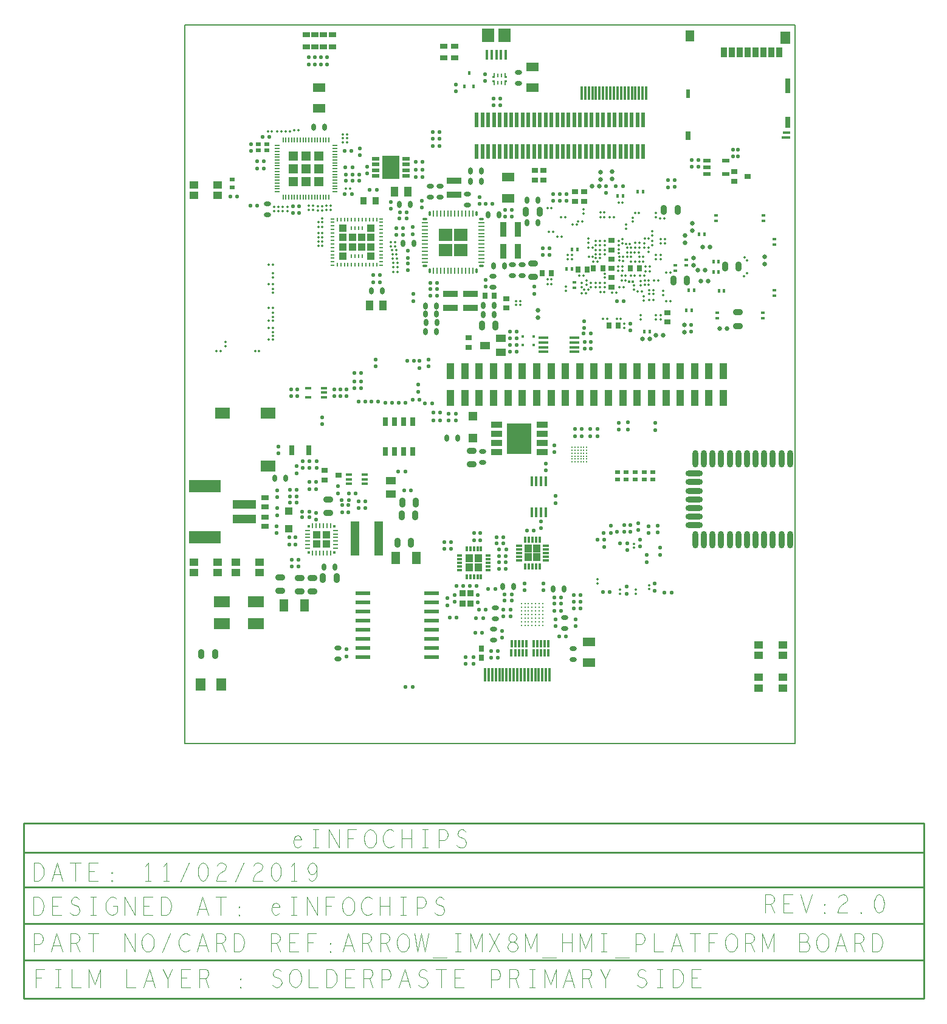
<source format=gbr>
G04 ================== begin FILE IDENTIFICATION RECORD ==================*
G04 Layout Name:  EI_ARROW_IMX8M_HMI_PLATFORM_17_00666_02.brd*
G04 Film Name:    spt.gbr*
G04 File Format:  Gerber RS274X*
G04 File Origin:  Cadence Allegro 17.2-P019*
G04 Origin Date:  Mon Feb 11 12:30:38 2019*
G04 *
G04 Layer:  DRAWING FORMAT/SPT*
G04 Layer:  DRAWING FORMAT/FILM_LABEL_OUTLINE*
G04 Layer:  BOARD GEOMETRY/PASTEMASK_TOP*
G04 Layer:  PACKAGE GEOMETRY/PASTEMASK_TOP*
G04 Layer:  DRAWING FORMAT/FILM_TITLE_BLOCK*
G04 Layer:  PIN/PASTEMASK_TOP*
G04 Layer:  BOARD GEOMETRY/OUTLINE*
G04 *
G04 Offset:    (0.00 0.00)*
G04 Mirror:    No*
G04 Mode:      Positive*
G04 Rotation:  0*
G04 FullContactRelief:  No*
G04 UndefLineWidth:     7.00*
G04 ================== end FILE IDENTIFICATION RECORD ====================*
%FSLAX25Y25*MOIN*%
%IR0*IPPOS*OFA0.00000B0.00000*MIA0B0*SFA1.00000B1.00000*%
%AMMACRO102*
21,1,.014,.001,0.0,0.0,135.*
1,1,.014,.000354,.000354*
1,1,.014,-.000354,-.000354*%
%ADD102MACRO102*%
%ADD56O,.009X.032*%
%ADD57O,.032X.009*%
%ADD14C,.012*%
%ADD76C,.025*%
%ADD105R,.012X.012*%
%ADD73R,.093X.128*%
%ADD69R,.04X.04*%
%ADD28R,.047X.185*%
%ADD38R,.015X.015*%
%AMMACRO61*
4,1,6,-.00787,.00393,
0.0,.00393,
0.0,-.01181,
.00788,-.01181,
.00788,.01181,
-.00787,.01181,
-.00787,.00393,
0.0*
%
%ADD61MACRO61*%
%ADD39R,.0443X.0443*%
%ADD59R,.00787X.02362*%
%ADD51R,.12598X.04724*%
%ADD54R,.03937X.03937*%
%ADD50R,.17717X.06693*%
%AMMACRO62*
4,1,6,.00787,.01181,
-.00001,.01181,
-.00001,-.00393,
-.00788,-.00393,
-.00788,-.01181,
.00787,-.01181,
.00787,.01181,
0.0*
%
%ADD62MACRO62*%
%ADD71R,.02X.01*%
%ADD70R,.01X.02*%
%ADD79O,.011X.033*%
%ADD30O,.024X.02*%
%ADD81O,.033X.011*%
%ADD31O,.02X.024*%
%ADD33O,.04X.024*%
%AMMACRO101*
21,1,.014,.001,0.0,0.0,45.*
1,1,.014,.000354,-.000354*
1,1,.014,-.000354,.000354*%
%ADD101MACRO101*%
%ADD80R,.011X.033*%
%ADD75O,.015X.014*%
%ADD74R,.041X.02*%
%ADD32O,.024X.04*%
%ADD82R,.033X.011*%
%ADD44R,.033X.012*%
%ADD29O,.014X.015*%
%ADD25R,.03X.05*%
%ADD91R,.04X.024*%
%ADD64R,.016X.02*%
%ADD43R,.012X.033*%
%ADD17R,.012X.042*%
%ADD104R,.02X.018*%
%ADD53R,.04X.025*%
%ADD40R,.01X.028*%
%ADD103R,.018X.02*%
%ADD65R,.026X.022*%
%ADD41R,.028X.01*%
%ADD87R,.016X.014*%
%ADD47R,.032X.036*%
%ADD46R,.029X.012*%
%ADD10R,.055X.04*%
%ADD100R,.026X.051*%
%ADD45R,.012X.029*%
%ADD24R,.045X.041*%
%ADD92R,.032X.055*%
%ADD90O,.095X.032*%
%ADD68R,.039X.031*%
%ADD42R,.012X.075*%
%ADD36O,.056X.035*%
%ADD34R,.033X.028*%
%ADD27R,.036X.016*%
%ADD96R,.043X.018*%
%ADD93R,.053X.071*%
%ADD89O,.032X.095*%
%ADD77R,.028X.033*%
%ADD37O,.035X.056*%
%ADD23R,.055X.043*%
%ADD66R,.043X.055*%
%ADD55R,.028X.035*%
%ADD22R,.05X.048*%
%ADD13R,.035X.028*%
%ADD97R,.045X.018*%
%ADD78R,.071X.047*%
%ADD58R,.02X.079*%
%ADD18R,.0174X.042*%
%ADD67R,.034X.039*%
%ADD35R,.047X.071*%
%ADD94R,.026X.084*%
%ADD84R,.079X.032*%
%ADD26R,.057X.071*%
%ADD12R,.018X.057*%
%ADD88C,.008*%
%ADD83R,.032X.079*%
%ADD11R,.057X.018*%
%ADD16R,.079X.024*%
%ADD49R,.05906X.032*%
%ADD19R,.079X.063*%
%ADD15R,.044X.089*%
%AMMACRO63*
4,1,6,.00787,-.00393,
0.0,-.00393,
0.0,.01181,
-.00788,.01181,
-.00788,-.01181,
.00787,-.01181,
.00787,-.00393,
0.0*
%
%ADD63MACRO63*%
%ADD48R,.134X.16929*%
%ADD21R,.087X.059*%
%ADD20R,.0374X.01772*%
%ADD99R,.02362X.04528*%
%ADD85R,.01575X.05315*%
%ADD95R,.026X.06299*%
%ADD72R,.02559X.02165*%
%ADD52R,.02559X.05315*%
%ADD86R,.07087X.0748*%
%AMMACRO60*
4,1,6,-.00787,-.01181,
.00001,-.01181,
.00001,.00393,
.00788,.00393,
.00788,.01181,
-.00787,.01181,
-.00787,-.01181,
0.0*
%
%ADD60MACRO60*%
%ADD98R,.04567X.05906*%
%ADD106C,.01*%
%ADD107C,.004*%
%ADD108C,.007*%
G75*
%LPD*%
G75*
G36*
G01X61931Y305531D02*
Y310531D01*
X56931D01*
Y305531D01*
X61931D01*
G37*
G36*
G01X186397Y100097D02*
Y104297D01*
X190397D01*
Y100097D01*
X186397D01*
G37*
G36*
G01X190802Y100103D02*
Y104303D01*
X194802D01*
Y100103D01*
X190802D01*
G37*
G36*
G01X190804Y104703D02*
Y108903D01*
X194804D01*
Y104703D01*
X190804D01*
G37*
G36*
G01X186397D02*
Y108903D01*
X190397D01*
Y104703D01*
X186397D01*
G37*
G36*
G01X158885Y99473D02*
Y103673D01*
X162885D01*
Y99473D01*
X158885D01*
G37*
G36*
G01X154086Y99467D02*
Y103667D01*
X158086D01*
Y99467D01*
X154086D01*
G37*
G36*
G01X154084Y94473D02*
Y98673D01*
X158084D01*
Y94473D01*
X154084D01*
G37*
G36*
G01X158885D02*
Y98673D01*
X162885D01*
Y94473D01*
X158885D01*
G37*
G36*
G01X68900Y312500D02*
X63900D01*
Y317500D01*
X68900D01*
Y312500D01*
G37*
G36*
G01Y305531D02*
X63900D01*
Y310531D01*
X68900D01*
Y305531D01*
G37*
G36*
G01X75869D02*
X70869D01*
Y310531D01*
X75869D01*
Y305531D01*
G37*
G36*
G01Y312500D02*
X70869D01*
Y317500D01*
X75869D01*
Y312500D01*
G37*
G36*
G01Y319469D02*
X70869D01*
Y324469D01*
X75869D01*
Y319469D01*
G37*
G36*
G01X68900D02*
X63900D01*
Y324469D01*
X68900D01*
Y319469D01*
G37*
G36*
G01X61931D02*
X56931D01*
Y324469D01*
X61931D01*
Y319469D01*
G37*
G36*
G01Y312500D02*
X56931D01*
Y317500D01*
X61931D01*
Y312500D01*
G37*
G36*
G01X139210Y275404D02*
Y282097D01*
X146690D01*
Y275404D01*
X139210D01*
G37*
G36*
G01X147478D02*
Y282097D01*
X154958D01*
Y275404D01*
X147478D01*
G37*
G36*
G01X139210Y267137D02*
Y273830D01*
X146690D01*
Y267137D01*
X139210D01*
G37*
G36*
G01X147478D02*
Y273830D01*
X154958D01*
Y267137D01*
X147478D01*
G37*
G54D100*
X275984Y332902D03*
G54D101*
X306621Y256221D03*
X308179Y257779D03*
G54D102*
X306821Y266279D03*
X308379Y264721D03*
G54D10*
X173414Y214477D03*
X164754Y218217D03*
X173414Y221957D03*
G54D103*
X254776Y225600D03*
X251824D03*
X295746Y248000D03*
X292794D03*
X277876Y237500D03*
X274924D03*
X289794Y258500D03*
X292746D03*
X279376Y248500D03*
X276424D03*
X289794Y264000D03*
X292746D03*
X209424Y260000D03*
X212376D03*
X215376Y270850D03*
X212424D03*
X284876Y279100D03*
X281924D03*
X248424Y302500D03*
X251376D03*
X240376Y300000D03*
X237424D03*
G54D20*
X76354Y189692D03*
Y192251D03*
Y194810D03*
X67692D03*
Y189692D03*
G54D11*
X196651Y217203D03*
Y214644D03*
Y222322D03*
Y219763D03*
X213581Y214644D03*
Y217203D03*
Y219763D03*
Y222322D03*
G54D104*
X316900Y235976D03*
Y233024D03*
X291900Y235976D03*
Y233024D03*
X323400Y248476D03*
Y245524D03*
X213700Y249724D03*
Y252676D03*
X274900Y265076D03*
Y262124D03*
X268900Y261976D03*
Y259024D03*
X323400Y273524D03*
Y276476D03*
X317400Y286524D03*
Y289476D03*
X291400Y286524D03*
Y289476D03*
G54D21*
X38894Y77676D03*
Y65864D03*
X20390D03*
Y77676D03*
G54D12*
X197869Y143584D03*
X195310D03*
X192750D03*
X190191D03*
Y126654D03*
X192750D03*
X195310D03*
X197869D03*
G54D30*
X61749Y194219D03*
Y190451D03*
X148763Y180894D03*
Y177126D03*
X128763Y209594D03*
Y205826D03*
X86300Y126816D03*
Y130584D03*
X82069Y194171D03*
Y190403D03*
X85389D03*
Y194171D03*
X58123D03*
Y190403D03*
X144763Y180894D03*
Y177126D03*
X68300Y139516D03*
Y143284D03*
X84083Y137203D03*
Y140971D03*
X72037Y122729D03*
Y126497D03*
X104554Y210359D03*
Y206591D03*
X171500Y50784D03*
Y47016D03*
X168055D03*
Y50784D03*
X57400Y112984D03*
Y109216D03*
X61285Y151984D03*
Y148216D03*
X75300Y178884D03*
Y175116D03*
X197901Y153484D03*
Y149716D03*
X195299Y118116D03*
Y121884D03*
X133663Y206626D03*
Y210394D03*
X88557Y51579D03*
Y47811D03*
X143803Y75821D03*
Y79589D03*
X127854Y196569D03*
Y192801D03*
X158300Y47384D03*
Y43616D03*
X174000Y61884D03*
Y58116D03*
X174700Y69616D03*
Y73384D03*
X178700Y69616D03*
Y73384D03*
X88751Y194197D03*
Y190429D03*
X181983Y214700D03*
X178384Y214733D03*
X89700Y130584D03*
Y126816D03*
X71800Y143284D03*
Y139516D03*
X60551Y109216D03*
Y112984D03*
X160700Y77516D03*
Y81284D03*
X147957Y81379D03*
Y77611D03*
X161969Y111551D03*
Y115319D03*
X158509Y111551D03*
Y115319D03*
X186200Y87884D03*
Y84116D03*
X153800Y43616D03*
Y47384D03*
X196500Y87784D03*
Y84016D03*
X50400Y119084D03*
Y115316D03*
X50500Y134916D03*
Y138684D03*
Y128984D03*
Y125216D03*
X51159Y159016D03*
Y162784D03*
X64641Y154784D03*
Y151016D03*
X68363D03*
Y154784D03*
X72263Y151016D03*
Y154784D03*
X100075Y312245D03*
Y316013D03*
X78100Y375984D03*
Y372216D03*
X74700Y375984D03*
Y372216D03*
X71300Y375984D03*
Y372216D03*
X67897Y375997D03*
Y372229D03*
X178417Y221932D03*
Y225700D03*
X182017D03*
Y221932D03*
X96000Y326184D03*
Y322416D03*
X148683Y357403D03*
Y361171D03*
X169284Y353438D03*
Y349670D03*
X172844Y353438D03*
Y349670D03*
X125084Y279233D03*
Y283001D03*
X125200Y242516D03*
Y246284D03*
X164816Y250399D03*
Y254167D03*
X122300Y263084D03*
Y259316D03*
X122400Y266216D03*
Y269984D03*
X164671Y366684D03*
Y362916D03*
X62589Y290761D03*
Y294529D03*
X59189Y290761D03*
Y294529D03*
X36200Y328484D03*
Y324716D03*
X181983Y218468D03*
X178384Y218501D03*
X129800Y293716D03*
Y297484D03*
X161584Y295733D03*
Y299501D03*
X112951Y293116D03*
Y296884D03*
X191600Y250284D03*
Y246516D03*
X243004Y172171D03*
Y175939D03*
X258055Y175585D03*
Y171817D03*
X230091Y111649D03*
Y107881D03*
X233500Y115516D03*
Y119284D03*
X242500Y109784D03*
Y106016D03*
X249500Y107916D03*
Y111684D03*
X240900Y119684D03*
Y115916D03*
X248600Y116916D03*
Y120684D03*
X253251Y103249D03*
Y99481D03*
X202597Y163397D03*
Y159629D03*
X219216Y216333D03*
X222716D03*
X238004Y171971D03*
Y175739D03*
X244409Y115951D03*
Y119719D03*
X203400Y68084D03*
Y64316D03*
X203250Y131886D03*
Y135654D03*
X242117Y82216D03*
Y85984D03*
X257617Y83816D03*
Y87584D03*
X260541Y107313D03*
Y103545D03*
X254167Y115356D03*
Y119124D03*
X259133Y119344D03*
Y115576D03*
X214200Y68184D03*
Y64416D03*
X219216Y220101D03*
X219091Y231549D03*
Y227781D03*
X222716Y220101D03*
X268655Y308684D03*
Y304916D03*
X264845Y304816D03*
Y308584D03*
X244355Y226416D03*
Y230184D03*
X230845Y301716D03*
Y305484D03*
X303384Y325501D03*
Y321733D03*
X281617Y316132D03*
Y319900D03*
X300584Y321733D03*
Y325501D03*
X278083Y319868D03*
Y316100D03*
X277749Y229484D03*
Y225716D03*
G54D105*
X243449Y253100D03*
X245551D03*
G54D106*
G01X-88521Y-43540D02*
Y-139740D01*
G01D02*
X386979D01*
G01X-88521Y-118740D02*
X405279D01*
G01X-88521Y-98740D02*
X405279D01*
G01X-88521Y-78740D02*
X405279D01*
G01X-88521Y-59540D02*
X405279D01*
G01X-88521Y-43540D02*
X386979D01*
G01X386179Y-139740D02*
X405279D01*
Y-43540D01*
X385879D01*
G54D13*
X84127Y147041D03*
X76647Y144482D03*
Y149600D03*
X308723Y310684D03*
X301243Y308125D03*
Y313243D03*
G54D22*
X158065Y167355D03*
Y179555D03*
G54D40*
X70021Y104339D03*
X71991D03*
X73961D03*
X75941D03*
X77911D03*
X79881D03*
Y119539D03*
X77911D03*
X75941D03*
X73961D03*
X71991D03*
X70021D03*
G54D31*
X136166Y177147D03*
X139934D03*
X102314Y187461D03*
X106082D03*
X128560Y188473D03*
X124792D03*
X170184Y84900D03*
X166416D03*
X64381Y123949D03*
X68149D03*
X164884Y73500D03*
X161116D03*
X136114Y181361D03*
X139882D03*
X120849Y148909D03*
X117081D03*
X62249Y100709D03*
X58481D03*
X121806Y209863D03*
X125574D03*
X96652Y198407D03*
X92884D03*
X96652Y194587D03*
X92884D03*
X148916Y86500D03*
X152684D03*
X156216D03*
X159984D03*
X172316Y95649D03*
X176084D03*
X172316Y99249D03*
X176084D03*
X172316Y102849D03*
X176084D03*
X172416Y106449D03*
X176184D03*
X170803Y109837D03*
X174571D03*
X142321Y106857D03*
X146089D03*
X142321Y110297D03*
X146089D03*
X64416Y127171D03*
X68184D03*
X98884Y132811D03*
X95116D03*
X86016Y133500D03*
X89784D03*
X135442Y186463D03*
X131674D03*
X96542Y203003D03*
X92774D03*
X121016Y31100D03*
X124784D03*
X93684Y137200D03*
X89916D03*
X95184Y187447D03*
X98952D03*
X121069Y186586D03*
X117301D03*
X109931Y186634D03*
X113699D03*
X179184Y81800D03*
X175416D03*
X179184Y78400D03*
X175416D03*
X62213Y97149D03*
X58445D03*
X120187Y138751D03*
X123955D03*
X191284Y116800D03*
X187516D03*
X170816Y113200D03*
X174584D03*
X98884Y129211D03*
X95116D03*
X145303Y69037D03*
X149071D03*
X159216Y60800D03*
X162984D03*
X159716Y68800D03*
X163484D03*
X57616Y135537D03*
X61384D03*
X57616Y139200D03*
X61384D03*
X57616Y132037D03*
X61384D03*
X126587Y314275D03*
X130355D03*
X126587Y310275D03*
X130355D03*
X91784Y315600D03*
X88016D03*
X28684Y299800D03*
X24916D03*
X91916Y311900D03*
X95684D03*
X91916Y308500D03*
X95684D03*
X88116Y311900D03*
X91884D03*
X88116Y308500D03*
X91884D03*
X87516Y324700D03*
X91284D03*
X39616Y319137D03*
X43384D03*
X39616Y315137D03*
X43384D03*
X175511Y292267D03*
X179279D03*
X138384Y245500D03*
X134616D03*
Y252300D03*
X138384D03*
X135816Y334945D03*
X139584D03*
X135816Y331245D03*
X139584D03*
X126661Y318625D03*
X130429D03*
X46284Y332500D03*
X42516D03*
X103301Y256691D03*
X107069D03*
X117751Y287691D03*
X121519D03*
X105179Y303547D03*
X101411D03*
X115816Y278600D03*
X119584D03*
X115821Y282413D03*
X119589D03*
X103301Y252677D03*
X107069D03*
X117803Y291117D03*
X121571D03*
X168701Y295716D03*
X164933D03*
X175551Y288751D03*
X179319D03*
X138384Y249000D03*
X134616D03*
X199884Y271451D03*
X196116D03*
X199884Y267851D03*
X196116D03*
X135816Y327345D03*
X139584D03*
X87761Y300930D03*
X91529D03*
X35816Y294600D03*
X39584D03*
X226184Y172500D03*
X222416D03*
X213216Y77900D03*
X216984D03*
X240849Y115909D03*
X237081D03*
X226316Y111600D03*
X230084D03*
X229681Y115509D03*
X233449D03*
X238716Y109800D03*
X242484D03*
X213216Y74100D03*
X216984D03*
X205211Y58670D03*
X208979D03*
X222416Y168500D03*
X226184D03*
X216984Y81400D03*
X213216D03*
X213916Y172500D03*
X217684D03*
X213916Y168500D03*
X217684D03*
X202516Y80200D03*
X206284D03*
X202516Y76700D03*
X206284D03*
X202516Y72900D03*
X206284D03*
X263016Y82600D03*
X266784D03*
X229267Y83041D03*
X233035D03*
X205616Y297400D03*
X209384D03*
X205616Y301100D03*
X209384D03*
X205584D03*
X201816D03*
X205584Y297400D03*
X201816D03*
X236416Y305545D03*
X240184D03*
X236816Y242545D03*
X240584D03*
X218699Y224884D03*
X222467D03*
G54D107*
G01X-81892Y-133450D02*
Y-123450D01*
X-77142D01*
G01X-78892Y-128283D02*
X-81892D01*
G01X-71017Y-123450D02*
X-68017D01*
G01X-69517D02*
Y-133450D01*
G01X-71017D02*
X-68017D01*
G01X-62017Y-123450D02*
Y-133450D01*
X-57017D01*
G01X-52767D02*
Y-123450D01*
X-49517Y-131783D01*
X-46267Y-123450D01*
Y-133450D01*
G01X-32017Y-123450D02*
Y-133450D01*
X-27017D01*
G01X-22642D02*
X-19517Y-123450D01*
X-16392Y-133450D01*
G01X-17517Y-129950D02*
X-21517D01*
G01X-9517Y-133450D02*
Y-128950D01*
X-12017Y-123450D01*
G01X-7017D02*
X-9517Y-128950D01*
G01X2983Y-133450D02*
X-2017D01*
Y-123450D01*
X2983D01*
G01X983Y-128283D02*
X-2017D01*
G01X7983Y-133450D02*
Y-123450D01*
X11108D01*
X12108Y-123950D01*
X12733Y-124617D01*
X12983Y-125950D01*
X12733Y-127283D01*
X11983Y-128117D01*
X11108Y-128617D01*
X7983D01*
G01X11108D02*
X12983Y-133450D01*
G01X30483Y-133783D02*
X30233Y-133617D01*
Y-133283D01*
X30483Y-133117D01*
X30733Y-133283D01*
Y-133617D01*
X30483Y-133783D01*
G01Y-129284D02*
X30233Y-129117D01*
Y-128783D01*
X30483Y-128617D01*
X30733Y-128783D01*
Y-129117D01*
X30483Y-129284D01*
G01X47858Y-132117D02*
X48858Y-132950D01*
X49983Y-133450D01*
X50983D01*
X51983Y-132950D01*
X52733Y-132117D01*
X53108Y-130950D01*
X52858Y-129784D01*
X52233Y-128783D01*
X51108Y-128117D01*
X49608Y-127783D01*
X48733Y-127117D01*
X48358Y-125950D01*
X48608Y-124783D01*
X49233Y-123950D01*
X50108Y-123450D01*
X50983D01*
X51858Y-123783D01*
X52608Y-124617D01*
G01X60483Y-133450D02*
X59483Y-133283D01*
X58608Y-132617D01*
X57858Y-131617D01*
X57358Y-130450D01*
X57108Y-129117D01*
Y-127783D01*
X57358Y-126450D01*
X57858Y-125283D01*
X58608Y-124283D01*
X59483Y-123617D01*
X60483Y-123450D01*
X61483Y-123617D01*
X62358Y-124283D01*
X63108Y-125283D01*
X63608Y-126450D01*
X63858Y-127783D01*
Y-129117D01*
X63608Y-130450D01*
X63108Y-131617D01*
X62358Y-132617D01*
X61483Y-133283D01*
X60483Y-133450D01*
G01X67983Y-123450D02*
Y-133450D01*
X72983D01*
G01X77733D02*
Y-123450D01*
X80233D01*
X81233Y-123950D01*
X81983Y-124617D01*
X82608Y-125617D01*
X83108Y-126784D01*
X83233Y-128450D01*
X83108Y-130117D01*
X82608Y-131283D01*
X81983Y-132284D01*
X81233Y-132950D01*
X80233Y-133450D01*
X77733D01*
G01X92983D02*
X87983D01*
Y-123450D01*
X92983D01*
G01X90983Y-128283D02*
X87983D01*
G01X97983Y-133450D02*
Y-123450D01*
X101108D01*
X102108Y-123950D01*
X102733Y-124617D01*
X102983Y-125950D01*
X102733Y-127283D01*
X101983Y-128117D01*
X101108Y-128617D01*
X97983D01*
G01X101108D02*
X102983Y-133450D01*
G01X107983D02*
Y-123450D01*
X110983D01*
X111983Y-123950D01*
X112733Y-125117D01*
X112983Y-126450D01*
X112733Y-127783D01*
X112108Y-128783D01*
X110983Y-129284D01*
X107983D01*
G01X117358Y-133450D02*
X120483Y-123450D01*
X123608Y-133450D01*
G01X122483Y-129950D02*
X118483D01*
G01X127858Y-132117D02*
X128858Y-132950D01*
X129983Y-133450D01*
X130983D01*
X131983Y-132950D01*
X132733Y-132117D01*
X133108Y-130950D01*
X132858Y-129784D01*
X132233Y-128783D01*
X131108Y-128117D01*
X129608Y-127783D01*
X128733Y-127117D01*
X128358Y-125950D01*
X128608Y-124783D01*
X129233Y-123950D01*
X130108Y-123450D01*
X130983D01*
X131858Y-123783D01*
X132608Y-124617D01*
G01X140483Y-123450D02*
Y-133450D01*
G01X137608Y-123450D02*
X143358D01*
G01X152983Y-133450D02*
X147983D01*
Y-123450D01*
X152983D01*
G01X150983Y-128283D02*
X147983D01*
G01X167983Y-133450D02*
Y-123450D01*
X170983D01*
X171983Y-123950D01*
X172733Y-125117D01*
X172983Y-126450D01*
X172733Y-127783D01*
X172108Y-128783D01*
X170983Y-129284D01*
X167983D01*
G01X177983Y-133450D02*
Y-123450D01*
X181108D01*
X182108Y-123950D01*
X182733Y-124617D01*
X182983Y-125950D01*
X182733Y-127283D01*
X181983Y-128117D01*
X181108Y-128617D01*
X177983D01*
G01X181108D02*
X182983Y-133450D01*
G01X188983Y-123450D02*
X191983D01*
G01X190483D02*
Y-133450D01*
G01X188983D02*
X191983D01*
G01X197233D02*
Y-123450D01*
X200483Y-131783D01*
X203733Y-123450D01*
Y-133450D01*
G01X207358D02*
X210483Y-123450D01*
X213608Y-133450D01*
G01X212483Y-129950D02*
X208483D01*
G01X217983Y-133450D02*
Y-123450D01*
X221108D01*
X222108Y-123950D01*
X222733Y-124617D01*
X222983Y-125950D01*
X222733Y-127283D01*
X221983Y-128117D01*
X221108Y-128617D01*
X217983D01*
G01X221108D02*
X222983Y-133450D01*
G01X230483D02*
Y-128950D01*
X227983Y-123450D01*
G01X232983D02*
X230483Y-128950D01*
G01X247858Y-132117D02*
X248858Y-132950D01*
X249983Y-133450D01*
X250983D01*
X251983Y-132950D01*
X252733Y-132117D01*
X253108Y-130950D01*
X252858Y-129784D01*
X252233Y-128783D01*
X251108Y-128117D01*
X249608Y-127783D01*
X248733Y-127117D01*
X248358Y-125950D01*
X248608Y-124783D01*
X249233Y-123950D01*
X250108Y-123450D01*
X250983D01*
X251858Y-123783D01*
X252608Y-124617D01*
G01X258983Y-123450D02*
X261983D01*
G01X260483D02*
Y-133450D01*
G01X258983D02*
X261983D01*
G01X267733D02*
Y-123450D01*
X270233D01*
X271233Y-123950D01*
X271983Y-124617D01*
X272608Y-125617D01*
X273108Y-126784D01*
X273233Y-128450D01*
X273108Y-130117D01*
X272608Y-131283D01*
X271983Y-132284D01*
X271233Y-132950D01*
X270233Y-133450D01*
X267733D01*
G01X282983D02*
X277983D01*
Y-123450D01*
X282983D01*
G01X280983Y-128283D02*
X277983D01*
G01X-82771Y-114040D02*
Y-104040D01*
X-79771D01*
X-78771Y-104540D01*
X-78021Y-105707D01*
X-77771Y-107040D01*
X-78021Y-108373D01*
X-78646Y-109373D01*
X-79771Y-109874D01*
X-82771D01*
G01X-73396Y-114040D02*
X-70271Y-104040D01*
X-67146Y-114040D01*
G01X-68271Y-110540D02*
X-72271D01*
G01X-62771Y-114040D02*
Y-104040D01*
X-59646D01*
X-58646Y-104540D01*
X-58021Y-105207D01*
X-57771Y-106540D01*
X-58021Y-107873D01*
X-58771Y-108707D01*
X-59646Y-109207D01*
X-62771D01*
G01X-59646D02*
X-57771Y-114040D01*
G01X-50271Y-104040D02*
Y-114040D01*
G01X-53146Y-104040D02*
X-47396D01*
G01X-33146Y-114040D02*
Y-104040D01*
X-27396Y-114040D01*
Y-104040D01*
G01X-20271Y-114040D02*
X-21271Y-113873D01*
X-22146Y-113207D01*
X-22896Y-112207D01*
X-23396Y-111040D01*
X-23646Y-109707D01*
Y-108373D01*
X-23396Y-107040D01*
X-22896Y-105873D01*
X-22146Y-104873D01*
X-21271Y-104207D01*
X-20271Y-104040D01*
X-19271Y-104207D01*
X-18396Y-104873D01*
X-17646Y-105873D01*
X-17146Y-107040D01*
X-16896Y-108373D01*
Y-109707D01*
X-17146Y-111040D01*
X-17646Y-112207D01*
X-18396Y-113207D01*
X-19271Y-113873D01*
X-20271Y-114040D01*
G01X-12521Y-114373D02*
X-8021Y-104040D01*
G01X2479Y-104873D02*
X1729Y-104373D01*
X854Y-104040D01*
X-146D01*
X-1271Y-104540D01*
X-2146Y-105373D01*
X-2771Y-106373D01*
X-3271Y-108040D01*
X-3396Y-109540D01*
X-3146Y-111040D01*
X-2771Y-112040D01*
X-2021Y-113040D01*
X-1146Y-113707D01*
X-271Y-114040D01*
X604D01*
X1479Y-113707D01*
X2229Y-113207D01*
X2854Y-112540D01*
G01X6604Y-114040D02*
X9729Y-104040D01*
X12854Y-114040D01*
G01X11729Y-110540D02*
X7729D01*
G01X17229Y-114040D02*
Y-104040D01*
X20354D01*
X21354Y-104540D01*
X21979Y-105207D01*
X22229Y-106540D01*
X21979Y-107873D01*
X21229Y-108707D01*
X20354Y-109207D01*
X17229D01*
G01X20354D02*
X22229Y-114040D01*
G01X26979D02*
Y-104040D01*
X29479D01*
X30479Y-104540D01*
X31229Y-105207D01*
X31854Y-106207D01*
X32354Y-107374D01*
X32479Y-109040D01*
X32354Y-110707D01*
X31854Y-111873D01*
X31229Y-112874D01*
X30479Y-113540D01*
X29479Y-114040D01*
X26979D01*
G01X47229D02*
Y-104040D01*
X50354D01*
X51354Y-104540D01*
X51979Y-105207D01*
X52229Y-106540D01*
X51979Y-107873D01*
X51229Y-108707D01*
X50354Y-109207D01*
X47229D01*
G01X50354D02*
X52229Y-114040D01*
G01X62229D02*
X57229D01*
Y-104040D01*
X62229D01*
G01X60229Y-108873D02*
X57229D01*
G01X67354Y-114040D02*
Y-104040D01*
X72104D01*
G01X70354Y-108873D02*
X67354D01*
G01X79729Y-114373D02*
X79479Y-114207D01*
Y-113873D01*
X79729Y-113707D01*
X79979Y-113873D01*
Y-114207D01*
X79729Y-114373D01*
G01Y-109874D02*
X79479Y-109707D01*
Y-109373D01*
X79729Y-109207D01*
X79979Y-109373D01*
Y-109707D01*
X79729Y-109874D01*
G01X86604Y-114040D02*
X89729Y-104040D01*
X92854Y-114040D01*
G01X91729Y-110540D02*
X87729D01*
G01X97229Y-114040D02*
Y-104040D01*
X100354D01*
X101354Y-104540D01*
X101979Y-105207D01*
X102229Y-106540D01*
X101979Y-107873D01*
X101229Y-108707D01*
X100354Y-109207D01*
X97229D01*
G01X100354D02*
X102229Y-114040D01*
G01X107229D02*
Y-104040D01*
X110354D01*
X111354Y-104540D01*
X111979Y-105207D01*
X112229Y-106540D01*
X111979Y-107873D01*
X111229Y-108707D01*
X110354Y-109207D01*
X107229D01*
G01X110354D02*
X112229Y-114040D01*
G01X119729D02*
X118729Y-113873D01*
X117854Y-113207D01*
X117104Y-112207D01*
X116604Y-111040D01*
X116354Y-109707D01*
Y-108373D01*
X116604Y-107040D01*
X117104Y-105873D01*
X117854Y-104873D01*
X118729Y-104207D01*
X119729Y-104040D01*
X120729Y-104207D01*
X121604Y-104873D01*
X122354Y-105873D01*
X122854Y-107040D01*
X123104Y-108373D01*
Y-109707D01*
X122854Y-111040D01*
X122354Y-112207D01*
X121604Y-113207D01*
X120729Y-113873D01*
X119729Y-114040D01*
G01X125979Y-104040D02*
X127729Y-114040D01*
X129729Y-104040D01*
X131729Y-114040D01*
X133479Y-104040D01*
G01X135979Y-117373D02*
X143479D01*
G01X148229Y-104040D02*
X151229D01*
G01X149729D02*
Y-114040D01*
G01X148229D02*
X151229D01*
G01X156479D02*
Y-104040D01*
X159729Y-112373D01*
X162979Y-104040D01*
Y-114040D01*
G01X167104D02*
X172354Y-104040D01*
G01X167104D02*
X172354Y-114040D01*
G01X179729D02*
X180604Y-113873D01*
X181604Y-113373D01*
X182229Y-112540D01*
X182479Y-111373D01*
X182229Y-110207D01*
X181479Y-109207D01*
X180354Y-108707D01*
X179104D01*
X178354Y-108373D01*
X177729Y-107540D01*
X177479Y-106373D01*
X177854Y-105207D01*
X178729Y-104373D01*
X179729Y-104040D01*
X180729Y-104373D01*
X181604Y-105207D01*
X181979Y-106373D01*
X181729Y-107540D01*
X181104Y-108373D01*
X180354Y-108707D01*
X179104D01*
X177979Y-109207D01*
X177229Y-110207D01*
X176979Y-111373D01*
X177229Y-112540D01*
X177854Y-113373D01*
X178854Y-113873D01*
X179729Y-114040D01*
G01X186479D02*
Y-104040D01*
X189729Y-112373D01*
X192979Y-104040D01*
Y-114040D01*
G01X195979Y-117373D02*
X203479D01*
G01X207104Y-114040D02*
Y-104040D01*
G01X212354D02*
Y-114040D01*
G01Y-109040D02*
X207104D01*
G01X216479Y-114040D02*
Y-104040D01*
X219729Y-112373D01*
X222979Y-104040D01*
Y-114040D01*
G01X228229Y-104040D02*
X231229D01*
G01X229729D02*
Y-114040D01*
G01X228229D02*
X231229D01*
G01X235979Y-117373D02*
X243479D01*
G01X247229Y-114040D02*
Y-104040D01*
X250229D01*
X251229Y-104540D01*
X251979Y-105707D01*
X252229Y-107040D01*
X251979Y-108373D01*
X251354Y-109373D01*
X250229Y-109874D01*
X247229D01*
G01X257229Y-104040D02*
Y-114040D01*
X262229D01*
G01X266604D02*
X269729Y-104040D01*
X272854Y-114040D01*
G01X271729Y-110540D02*
X267729D01*
G01X279729Y-104040D02*
Y-114040D01*
G01X276854Y-104040D02*
X282604D01*
G01X287354Y-114040D02*
Y-104040D01*
X292104D01*
G01X290354Y-108873D02*
X287354D01*
G01X299729Y-114040D02*
X298729Y-113873D01*
X297854Y-113207D01*
X297104Y-112207D01*
X296604Y-111040D01*
X296354Y-109707D01*
Y-108373D01*
X296604Y-107040D01*
X297104Y-105873D01*
X297854Y-104873D01*
X298729Y-104207D01*
X299729Y-104040D01*
X300729Y-104207D01*
X301604Y-104873D01*
X302354Y-105873D01*
X302854Y-107040D01*
X303104Y-108373D01*
Y-109707D01*
X302854Y-111040D01*
X302354Y-112207D01*
X301604Y-113207D01*
X300729Y-113873D01*
X299729Y-114040D01*
G01X307229D02*
Y-104040D01*
X310354D01*
X311354Y-104540D01*
X311979Y-105207D01*
X312229Y-106540D01*
X311979Y-107873D01*
X311229Y-108707D01*
X310354Y-109207D01*
X307229D01*
G01X310354D02*
X312229Y-114040D01*
G01X316479D02*
Y-104040D01*
X319729Y-112373D01*
X322979Y-104040D01*
Y-114040D01*
G01X340729Y-108707D02*
X341229Y-108207D01*
X341604Y-107374D01*
X341854Y-106207D01*
X341604Y-105207D01*
X341104Y-104540D01*
X340229Y-104040D01*
X336854D01*
Y-114040D01*
X340979D01*
X341854Y-113373D01*
X342354Y-112373D01*
X342604Y-111207D01*
X342354Y-110040D01*
X341604Y-109040D01*
X340729Y-108707D01*
X336854D01*
G01X349729Y-114040D02*
X348729Y-113873D01*
X347854Y-113207D01*
X347104Y-112207D01*
X346604Y-111040D01*
X346354Y-109707D01*
Y-108373D01*
X346604Y-107040D01*
X347104Y-105873D01*
X347854Y-104873D01*
X348729Y-104207D01*
X349729Y-104040D01*
X350729Y-104207D01*
X351604Y-104873D01*
X352354Y-105873D01*
X352854Y-107040D01*
X353104Y-108373D01*
Y-109707D01*
X352854Y-111040D01*
X352354Y-112207D01*
X351604Y-113207D01*
X350729Y-113873D01*
X349729Y-114040D01*
G01X356604D02*
X359729Y-104040D01*
X362854Y-114040D01*
G01X361729Y-110540D02*
X357729D01*
G01X367229Y-114040D02*
Y-104040D01*
X370354D01*
X371354Y-104540D01*
X371979Y-105207D01*
X372229Y-106540D01*
X371979Y-107873D01*
X371229Y-108707D01*
X370354Y-109207D01*
X367229D01*
G01X370354D02*
X372229Y-114040D01*
G01X376979D02*
Y-104040D01*
X379479D01*
X380479Y-104540D01*
X381229Y-105207D01*
X381854Y-106207D01*
X382354Y-107374D01*
X382479Y-109040D01*
X382354Y-110707D01*
X381854Y-111873D01*
X381229Y-112874D01*
X380479Y-113540D01*
X379479Y-114040D01*
X376979D01*
G01X-83021Y-94040D02*
Y-84040D01*
X-80521D01*
X-79521Y-84540D01*
X-78771Y-85207D01*
X-78146Y-86207D01*
X-77646Y-87374D01*
X-77521Y-89040D01*
X-77646Y-90707D01*
X-78146Y-91873D01*
X-78771Y-92874D01*
X-79521Y-93540D01*
X-80521Y-94040D01*
X-83021D01*
G01X-67771D02*
X-72771D01*
Y-84040D01*
X-67771D01*
G01X-69771Y-88873D02*
X-72771D01*
G01X-62896Y-92707D02*
X-61896Y-93540D01*
X-60771Y-94040D01*
X-59771D01*
X-58771Y-93540D01*
X-58021Y-92707D01*
X-57646Y-91540D01*
X-57896Y-90374D01*
X-58521Y-89373D01*
X-59646Y-88707D01*
X-61146Y-88373D01*
X-62021Y-87707D01*
X-62396Y-86540D01*
X-62146Y-85373D01*
X-61521Y-84540D01*
X-60646Y-84040D01*
X-59771D01*
X-58896Y-84373D01*
X-58146Y-85207D01*
G01X-51771Y-84040D02*
X-48771D01*
G01X-50271D02*
Y-94040D01*
G01X-51771D02*
X-48771D01*
G01X-39521Y-89040D02*
X-37021D01*
Y-92040D01*
X-37771Y-93040D01*
X-38646Y-93707D01*
X-39896Y-94040D01*
X-41146Y-93707D01*
X-42021Y-93040D01*
X-42771Y-92040D01*
X-43271Y-90873D01*
X-43521Y-89540D01*
Y-88373D01*
X-43271Y-87374D01*
X-42771Y-86207D01*
X-42021Y-85207D01*
X-41271Y-84540D01*
X-40271Y-84040D01*
X-39396D01*
X-38396Y-84373D01*
X-37646Y-85040D01*
G01X-33146Y-94040D02*
Y-84040D01*
X-27396Y-94040D01*
Y-84040D01*
G01X-17771Y-94040D02*
X-22771D01*
Y-84040D01*
X-17771D01*
G01X-19771Y-88873D02*
X-22771D01*
G01X-13021Y-94040D02*
Y-84040D01*
X-10521D01*
X-9521Y-84540D01*
X-8771Y-85207D01*
X-8146Y-86207D01*
X-7646Y-87374D01*
X-7521Y-89040D01*
X-7646Y-90707D01*
X-8146Y-91873D01*
X-8771Y-92874D01*
X-9521Y-93540D01*
X-10521Y-94040D01*
X-13021D01*
G01X6604D02*
X9729Y-84040D01*
X12854Y-94040D01*
G01X11729Y-90540D02*
X7729D01*
G01X19729Y-84040D02*
Y-94040D01*
G01X16854Y-84040D02*
X22604D01*
G01X29729Y-94373D02*
X29479Y-94207D01*
Y-93873D01*
X29729Y-93707D01*
X29979Y-93873D01*
Y-94207D01*
X29729Y-94373D01*
G01Y-89874D02*
X29479Y-89707D01*
Y-89373D01*
X29729Y-89207D01*
X29979Y-89373D01*
Y-89707D01*
X29729Y-89874D01*
G01X47854Y-89540D02*
X51854D01*
X51479Y-88373D01*
X50854Y-87707D01*
X49979Y-87374D01*
X49104Y-87540D01*
X48354Y-88040D01*
X47854Y-89207D01*
X47604Y-90207D01*
Y-91207D01*
X47854Y-92207D01*
X48479Y-93207D01*
X49229Y-93873D01*
X50104Y-94040D01*
X50979Y-93707D01*
X51854Y-92707D01*
G01X58229Y-84040D02*
X61229D01*
G01X59729D02*
Y-94040D01*
G01X58229D02*
X61229D01*
G01X66854D02*
Y-84040D01*
X72604Y-94040D01*
Y-84040D01*
G01X77354Y-94040D02*
Y-84040D01*
X82104D01*
G01X80354Y-88873D02*
X77354D01*
G01X89729Y-94040D02*
X88729Y-93873D01*
X87854Y-93207D01*
X87104Y-92207D01*
X86604Y-91040D01*
X86354Y-89707D01*
Y-88373D01*
X86604Y-87040D01*
X87104Y-85873D01*
X87854Y-84873D01*
X88729Y-84207D01*
X89729Y-84040D01*
X90729Y-84207D01*
X91604Y-84873D01*
X92354Y-85873D01*
X92854Y-87040D01*
X93104Y-88373D01*
Y-89707D01*
X92854Y-91040D01*
X92354Y-92207D01*
X91604Y-93207D01*
X90729Y-93873D01*
X89729Y-94040D01*
G01X102479Y-84873D02*
X101729Y-84373D01*
X100854Y-84040D01*
X99854D01*
X98729Y-84540D01*
X97854Y-85373D01*
X97229Y-86373D01*
X96729Y-88040D01*
X96604Y-89540D01*
X96854Y-91040D01*
X97229Y-92040D01*
X97979Y-93040D01*
X98854Y-93707D01*
X99729Y-94040D01*
X100604D01*
X101479Y-93707D01*
X102229Y-93207D01*
X102854Y-92540D01*
G01X107104Y-94040D02*
Y-84040D01*
G01X112354D02*
Y-94040D01*
G01Y-89040D02*
X107104D01*
G01X118229Y-84040D02*
X121229D01*
G01X119729D02*
Y-94040D01*
G01X118229D02*
X121229D01*
G01X127229D02*
Y-84040D01*
X130229D01*
X131229Y-84540D01*
X131979Y-85707D01*
X132229Y-87040D01*
X131979Y-88373D01*
X131354Y-89373D01*
X130229Y-89874D01*
X127229D01*
G01X137104Y-92707D02*
X138104Y-93540D01*
X139229Y-94040D01*
X140229D01*
X141229Y-93540D01*
X141979Y-92707D01*
X142354Y-91540D01*
X142104Y-90374D01*
X141479Y-89373D01*
X140354Y-88707D01*
X138854Y-88373D01*
X137979Y-87707D01*
X137604Y-86540D01*
X137854Y-85373D01*
X138479Y-84540D01*
X139354Y-84040D01*
X140229D01*
X141104Y-84373D01*
X141854Y-85207D01*
G01X-82850Y-75234D02*
Y-65234D01*
X-80350D01*
X-79350Y-65734D01*
X-78600Y-66401D01*
X-77975Y-67401D01*
X-77475Y-68568D01*
X-77350Y-70234D01*
X-77475Y-71901D01*
X-77975Y-73067D01*
X-78600Y-74068D01*
X-79350Y-74734D01*
X-80350Y-75234D01*
X-82850D01*
G01X-73225D02*
X-70100Y-65234D01*
X-66975Y-75234D01*
G01X-68100Y-71734D02*
X-72100D01*
G01X-60100Y-65234D02*
Y-75234D01*
G01X-62975Y-65234D02*
X-57225D01*
G01X-47600Y-75234D02*
X-52600D01*
Y-65234D01*
X-47600D01*
G01X-49600Y-70067D02*
X-52600D01*
G01X-40100Y-75567D02*
X-40350Y-75401D01*
Y-75067D01*
X-40100Y-74901D01*
X-39850Y-75067D01*
Y-75401D01*
X-40100Y-75567D01*
G01Y-71068D02*
X-40350Y-70901D01*
Y-70567D01*
X-40100Y-70401D01*
X-39850Y-70567D01*
Y-70901D01*
X-40100Y-71068D01*
G01X-20100Y-75234D02*
Y-65234D01*
X-21600Y-67234D01*
G01Y-75234D02*
X-18600D01*
G01X-10100D02*
Y-65234D01*
X-11600Y-67234D01*
G01Y-75234D02*
X-8600D01*
G01X-2350Y-75567D02*
X2150Y-65234D01*
G01X9900D02*
X8900Y-65567D01*
X8150Y-66401D01*
X7650Y-67401D01*
X7275Y-68734D01*
X7150Y-70234D01*
X7275Y-71734D01*
X7650Y-73067D01*
X8150Y-74068D01*
X8900Y-74901D01*
X9900Y-75234D01*
X10900Y-74901D01*
X11650Y-74068D01*
X12150Y-73067D01*
X12525Y-71734D01*
X12650Y-70234D01*
X12525Y-68734D01*
X12150Y-67401D01*
X11650Y-66401D01*
X10900Y-65567D01*
X9900Y-65234D01*
G01X17525Y-66901D02*
X18275Y-65901D01*
X19150Y-65401D01*
X20150Y-65234D01*
X21400Y-65567D01*
X22275Y-66401D01*
X22525Y-67401D01*
X22400Y-68401D01*
X21900Y-69234D01*
X19400Y-70901D01*
X18275Y-72067D01*
X17525Y-73734D01*
X17275Y-75234D01*
X22525D01*
G01X27650Y-75567D02*
X32150Y-65234D01*
G01X37525Y-66901D02*
X38275Y-65901D01*
X39150Y-65401D01*
X40150Y-65234D01*
X41400Y-65567D01*
X42275Y-66401D01*
X42525Y-67401D01*
X42400Y-68401D01*
X41900Y-69234D01*
X39400Y-70901D01*
X38275Y-72067D01*
X37525Y-73734D01*
X37275Y-75234D01*
X42525D01*
G01X49900Y-65234D02*
X48900Y-65567D01*
X48150Y-66401D01*
X47650Y-67401D01*
X47275Y-68734D01*
X47150Y-70234D01*
X47275Y-71734D01*
X47650Y-73067D01*
X48150Y-74068D01*
X48900Y-74901D01*
X49900Y-75234D01*
X50900Y-74901D01*
X51650Y-74068D01*
X52150Y-73067D01*
X52525Y-71734D01*
X52650Y-70234D01*
X52525Y-68734D01*
X52150Y-67401D01*
X51650Y-66401D01*
X50900Y-65567D01*
X49900Y-65234D01*
G01X59900Y-75234D02*
Y-65234D01*
X58400Y-67234D01*
G01Y-75234D02*
X61400D01*
G01X67775Y-74068D02*
X68650Y-74901D01*
X69650Y-75234D01*
X70650Y-74901D01*
X71525Y-73901D01*
X72150Y-72401D01*
X72400Y-70901D01*
Y-69067D01*
X72150Y-67567D01*
X71525Y-66234D01*
X70775Y-65567D01*
X69900Y-65234D01*
X68900Y-65567D01*
X68150Y-66234D01*
X67650Y-67234D01*
X67400Y-68568D01*
X67650Y-69734D01*
X68275Y-70901D01*
X69025Y-71568D01*
X69900Y-71734D01*
X70900Y-71401D01*
X71650Y-70567D01*
X72400Y-69067D01*
G01X59804Y-52540D02*
X63804D01*
X63429Y-51373D01*
X62804Y-50707D01*
X61929Y-50374D01*
X61054Y-50540D01*
X60304Y-51040D01*
X59804Y-52207D01*
X59554Y-53207D01*
Y-54207D01*
X59804Y-55207D01*
X60429Y-56207D01*
X61179Y-56873D01*
X62054Y-57040D01*
X62929Y-56707D01*
X63804Y-55707D01*
G01X70179Y-47040D02*
X73179D01*
G01X71679D02*
Y-57040D01*
G01X70179D02*
X73179D01*
G01X78804D02*
Y-47040D01*
X84554Y-57040D01*
Y-47040D01*
G01X89304Y-57040D02*
Y-47040D01*
X94054D01*
G01X92304Y-51873D02*
X89304D01*
G01X101679Y-57040D02*
X100679Y-56873D01*
X99804Y-56207D01*
X99054Y-55207D01*
X98554Y-54040D01*
X98304Y-52707D01*
Y-51373D01*
X98554Y-50040D01*
X99054Y-48873D01*
X99804Y-47873D01*
X100679Y-47207D01*
X101679Y-47040D01*
X102679Y-47207D01*
X103554Y-47873D01*
X104304Y-48873D01*
X104804Y-50040D01*
X105054Y-51373D01*
Y-52707D01*
X104804Y-54040D01*
X104304Y-55207D01*
X103554Y-56207D01*
X102679Y-56873D01*
X101679Y-57040D01*
G01X114429Y-47873D02*
X113679Y-47373D01*
X112804Y-47040D01*
X111804D01*
X110679Y-47540D01*
X109804Y-48373D01*
X109179Y-49373D01*
X108679Y-51040D01*
X108554Y-52540D01*
X108804Y-54040D01*
X109179Y-55040D01*
X109929Y-56040D01*
X110804Y-56707D01*
X111679Y-57040D01*
X112554D01*
X113429Y-56707D01*
X114179Y-56207D01*
X114804Y-55540D01*
G01X119054Y-57040D02*
Y-47040D01*
G01X124304D02*
Y-57040D01*
G01Y-52040D02*
X119054D01*
G01X130179Y-47040D02*
X133179D01*
G01X131679D02*
Y-57040D01*
G01X130179D02*
X133179D01*
G01X139179D02*
Y-47040D01*
X142179D01*
X143179Y-47540D01*
X143929Y-48707D01*
X144179Y-50040D01*
X143929Y-51373D01*
X143304Y-52373D01*
X142179Y-52874D01*
X139179D01*
G01X149054Y-55707D02*
X150054Y-56540D01*
X151179Y-57040D01*
X152179D01*
X153179Y-56540D01*
X153929Y-55707D01*
X154304Y-54540D01*
X154054Y-53374D01*
X153429Y-52373D01*
X152304Y-51707D01*
X150804Y-51373D01*
X149929Y-50707D01*
X149554Y-49540D01*
X149804Y-48373D01*
X150429Y-47540D01*
X151304Y-47040D01*
X152179D01*
X153054Y-47373D01*
X153804Y-48207D01*
G01X318200Y-92634D02*
Y-82634D01*
X321325D01*
X322325Y-83134D01*
X322950Y-83801D01*
X323200Y-85134D01*
X322950Y-86467D01*
X322200Y-87301D01*
X321325Y-87801D01*
X318200D01*
G01X321325D02*
X323200Y-92634D01*
G01X333200D02*
X328200D01*
Y-82634D01*
X333200D01*
G01X331200Y-87467D02*
X328200D01*
G01X337575Y-82634D02*
X340700Y-92634D01*
X343825Y-82634D01*
G01X350700Y-92967D02*
X350450Y-92801D01*
Y-92467D01*
X350700Y-92301D01*
X350950Y-92467D01*
Y-92801D01*
X350700Y-92967D01*
G01Y-88468D02*
X350450Y-88301D01*
Y-87967D01*
X350700Y-87801D01*
X350950Y-87967D01*
Y-88301D01*
X350700Y-88468D01*
G01X358325Y-84301D02*
X359075Y-83301D01*
X359950Y-82801D01*
X360950Y-82634D01*
X362200Y-82967D01*
X363075Y-83801D01*
X363325Y-84801D01*
X363200Y-85801D01*
X362700Y-86634D01*
X360200Y-88301D01*
X359075Y-89467D01*
X358325Y-91134D01*
X358075Y-92634D01*
X363325D01*
G01X370700Y-92967D02*
X370450Y-92801D01*
Y-92467D01*
X370700Y-92301D01*
X370950Y-92467D01*
Y-92801D01*
X370700Y-92967D01*
G01X380700Y-82634D02*
X379700Y-82967D01*
X378950Y-83801D01*
X378450Y-84801D01*
X378075Y-86134D01*
X377950Y-87634D01*
X378075Y-89134D01*
X378450Y-90467D01*
X378950Y-91468D01*
X379700Y-92301D01*
X380700Y-92634D01*
X381700Y-92301D01*
X382450Y-91468D01*
X382950Y-90467D01*
X383325Y-89134D01*
X383450Y-87634D01*
X383325Y-86134D01*
X382950Y-84801D01*
X382450Y-83801D01*
X381700Y-82967D01*
X380700Y-82634D01*
G54D23*
X112991Y144051D03*
Y136751D03*
G54D41*
X82551Y107009D03*
Y108979D03*
Y110949D03*
Y112929D03*
Y114899D03*
Y116869D03*
X67351D03*
Y114899D03*
Y112929D03*
Y110949D03*
Y108979D03*
Y107009D03*
G54D32*
X180400Y86200D03*
X174400D03*
X82244Y96748D03*
X76244D03*
X143484Y167353D03*
X149484D03*
X49400Y145400D03*
X55400D03*
X102237Y248037D03*
X108237D03*
X117587Y295337D03*
X123587D03*
X163584Y240117D03*
X169584D03*
X138117Y230716D03*
X132117D03*
X138100Y235400D03*
X132100D03*
X187700Y297600D03*
X193700D03*
X138100Y239900D03*
X132100D03*
X138100Y225900D03*
X132100D03*
X163600Y235000D03*
X169600D03*
X187700Y285300D03*
X193700D03*
X156584Y308117D03*
X162584D03*
X156584Y313617D03*
X162584D03*
X119600Y274000D03*
X125600D03*
X166217Y289616D03*
X172217D03*
X169183Y261784D03*
X175183D03*
X76500Y337800D03*
X70500D03*
X201800Y84600D03*
X207800D03*
G54D50*
X10900Y113024D03*
Y140976D03*
G54D14*
X184494Y76706D03*
X186463D03*
X188431D03*
X190400D03*
X192369D03*
X194337D03*
X196306D03*
X184494Y74737D03*
X186463D03*
X188431D03*
X190400D03*
X192369D03*
X194337D03*
X196306D03*
X184494Y72769D03*
X186463D03*
X188431D03*
X190400D03*
X192369D03*
X194337D03*
X196306D03*
X184494Y70800D03*
X186463D03*
X188431D03*
X190400D03*
X192369D03*
X194337D03*
X196306D03*
X184494Y68831D03*
X186463D03*
X188431D03*
X190400D03*
X192369D03*
X194337D03*
X196306D03*
X184494Y66863D03*
X186463D03*
X188431D03*
X190400D03*
X192369D03*
X194337D03*
X196306D03*
X184494Y64894D03*
X186463D03*
X188431D03*
X190400D03*
X192369D03*
X194337D03*
X196306D03*
G54D108*
G01X0Y0D02*
Y393701D01*
X334646D01*
Y0D01*
X0D01*
G54D60*
X175909Y362132D03*
G54D15*
X145669Y189468D03*
X153543D03*
X161417D03*
X169291D03*
X177165D03*
X185039D03*
X192913D03*
X200787D03*
X145669Y204232D03*
X153543D03*
X161417D03*
X169291D03*
X177165D03*
X185039D03*
X192913D03*
X200787D03*
X208661Y189468D03*
X216535D03*
X224409D03*
X232283D03*
X240157D03*
X248031D03*
X255905D03*
X263779D03*
X271653D03*
X279527D03*
X287401D03*
X295275D03*
X208661Y204232D03*
X216535D03*
X224409D03*
X232283D03*
X240157D03*
X248031D03*
X255905D03*
X263779D03*
X271653D03*
X279527D03*
X287401D03*
X295275D03*
G54D42*
X164567Y37600D03*
X166535D03*
X168504D03*
X170472D03*
X172441D03*
X174409D03*
X176378D03*
X178346D03*
X180315D03*
X182284D03*
X184252D03*
X186220D03*
X188189D03*
X190158D03*
X192126D03*
X194094D03*
X196063D03*
X198032D03*
X200000D03*
X252982Y356400D03*
X251014D03*
X249045D03*
X247077D03*
X245108D03*
X243140D03*
X241171D03*
X239203D03*
X237234D03*
X235265D03*
X233297D03*
X231329D03*
X229360D03*
X227391D03*
X225423D03*
X223455D03*
X221486D03*
X219517D03*
X217549D03*
G54D24*
X41000Y93650D03*
X27800D03*
X41000Y99350D03*
X27800D03*
X18000Y93650D03*
X4800D03*
X18000Y99350D03*
X4800D03*
X18000Y300350D03*
X4800D03*
X18000Y306050D03*
X4800D03*
X314600Y54150D03*
X327800D03*
X314600Y48450D03*
X327800D03*
X314600Y36250D03*
X327800D03*
X314600Y30550D03*
X327800D03*
G54D33*
X170200Y68300D03*
Y74300D03*
X169363Y62787D03*
Y56787D03*
X163237Y160013D03*
Y154013D03*
X84091Y52565D03*
Y46565D03*
X179684Y262417D03*
Y256417D03*
X184784Y262417D03*
Y256417D03*
X154884Y295117D03*
Y301117D03*
X134484Y299417D03*
Y305417D03*
X139984Y299417D03*
Y305417D03*
X168984Y256117D03*
Y250117D03*
X45300Y295700D03*
Y289700D03*
X182799Y361900D03*
Y367900D03*
X208237Y68913D03*
Y62913D03*
X213100Y46200D03*
Y52200D03*
G54D51*
X32475Y123063D03*
Y130937D03*
G54D52*
X58559Y160637D03*
X68007D03*
G54D16*
X135185Y82310D03*
Y77310D03*
Y72310D03*
Y67310D03*
Y62310D03*
Y57310D03*
Y52310D03*
Y47310D03*
X97757D03*
Y52310D03*
Y57310D03*
Y62310D03*
Y67310D03*
Y72310D03*
Y77310D03*
Y82310D03*
G54D34*
X155700Y217141D03*
X191900Y308841D03*
Y313959D03*
X196600Y308841D03*
Y313959D03*
X155700Y222259D03*
X176200Y243759D03*
Y238641D03*
X264600Y236059D03*
Y230941D03*
X233800Y255259D03*
Y250141D03*
X233900Y265559D03*
Y260441D03*
X233846Y270495D03*
Y275613D03*
X219000Y297141D03*
Y302259D03*
X213800Y297141D03*
Y302259D03*
G54D43*
X194537Y97158D03*
X192568D03*
X190600D03*
X188632D03*
X186663D03*
Y111842D03*
X188632D03*
X190600D03*
X192568D03*
X194537D03*
G54D25*
X110035Y176320D03*
X115035D03*
X120035D03*
X125035D03*
Y160178D03*
X120035D03*
X115035D03*
X110035D03*
G54D70*
X91390Y282439D03*
X93359D03*
X95327D03*
X97296D03*
Y267085D03*
X95327D03*
X93359D03*
X91390D03*
X83516Y286967D03*
X85485D03*
X87453D03*
X89422D03*
X91390D03*
X93359D03*
X95327D03*
X97296D03*
X99264D03*
X101233D03*
X103201D03*
X105170D03*
Y262557D03*
X103201D03*
X101233D03*
X99264D03*
X97296D03*
X95327D03*
X93359D03*
X91390D03*
X89422D03*
X87453D03*
X85485D03*
X83516D03*
G54D61*
X169216Y362132D03*
G54D26*
X8498Y32400D03*
X20102D03*
G54D35*
X127014Y101597D03*
X115596D03*
X54227Y75802D03*
X65645D03*
G54D53*
X44100Y124100D03*
Y119100D03*
Y134900D03*
Y129900D03*
G54D17*
X191360Y54620D03*
X193330D03*
X195300D03*
X197270D03*
X199240D03*
Y49780D03*
X197270D03*
X195300D03*
X193330D03*
X179260Y54620D03*
X181230D03*
X183200D03*
X185170D03*
X187140D03*
Y49780D03*
X185170D03*
X183200D03*
X181230D03*
G54D44*
X183258Y100563D03*
Y102532D03*
Y104500D03*
Y106468D03*
Y108437D03*
X197942D03*
Y106468D03*
Y104500D03*
Y102532D03*
Y100563D03*
G54D80*
X136257Y258991D03*
X138226D03*
X140194D03*
X142163D03*
X144131D03*
X146100D03*
X148068D03*
X150037D03*
X152005D03*
X153974D03*
X155942D03*
X157911D03*
X136257Y290243D03*
X138226D03*
X140194D03*
X142163D03*
X144131D03*
X146100D03*
X148068D03*
X150037D03*
X152005D03*
X153974D03*
X155942D03*
X157911D03*
G54D71*
X80957Y261967D03*
Y263935D03*
Y265904D03*
Y267872D03*
Y269841D03*
Y271809D03*
Y273778D03*
Y275746D03*
Y277715D03*
Y279683D03*
Y281652D03*
Y283620D03*
Y285589D03*
Y287557D03*
X107729D03*
Y285589D03*
Y283620D03*
Y281652D03*
Y279683D03*
Y277715D03*
Y275746D03*
Y273778D03*
Y271809D03*
Y269841D03*
Y267872D03*
Y265904D03*
Y263935D03*
Y261967D03*
G54D62*
X169217Y366068D03*
G54D72*
X40422Y328291D03*
X44778D03*
X40422Y325109D03*
X44778Y325110D03*
G54D63*
X175910Y366068D03*
G54D18*
X191137Y49780D03*
X179037D03*
G54D27*
X89878Y147438D03*
Y144879D03*
Y142320D03*
X98540D03*
Y144879D03*
Y147438D03*
G54D36*
X69945Y90875D03*
Y83395D03*
X157237Y152923D03*
Y160403D03*
X63019Y90805D03*
Y83325D03*
X78743Y133745D03*
Y126265D03*
X52155Y91092D03*
Y83612D03*
X190850Y255660D03*
Y263140D03*
X303400Y228760D03*
Y236240D03*
G54D90*
X279364Y119632D03*
Y124356D03*
Y129081D03*
Y133805D03*
Y138530D03*
Y143254D03*
Y147978D03*
G54D45*
X154548Y106809D03*
X156517D03*
X158485D03*
X160453D03*
X162422D03*
Y91337D03*
X160453D03*
X158485D03*
X156517D03*
X154548D03*
G54D81*
X131458Y261822D03*
Y287412D03*
X162710Y261822D03*
Y287412D03*
G54D54*
X57000Y117816D03*
Y127383D03*
G54D19*
X20689Y181067D03*
X45493Y151933D03*
Y181067D03*
G54D55*
X162549Y46981D03*
Y52081D03*
G54D37*
X75659Y90716D03*
X83139D03*
X126695Y132117D03*
X119215D03*
X16545Y49197D03*
X9065D03*
X123995Y110007D03*
X116515D03*
X126395Y125007D03*
X118915D03*
X194457Y291484D03*
X186977D03*
X170324Y229117D03*
X162844D03*
X275347Y253897D03*
X267867D03*
X303650Y261293D03*
X296170D03*
X270236Y292281D03*
X262756D03*
G54D46*
X166221Y103010D03*
Y101041D03*
Y99073D03*
Y97105D03*
Y95136D03*
X150749D03*
Y97105D03*
Y99073D03*
Y101041D03*
Y103010D03*
G54D64*
X155851Y367429D03*
X158410Y360115D03*
X153292D03*
G54D91*
X296442Y319457D03*
Y311977D03*
X286126D03*
Y315717D03*
Y319457D03*
G54D82*
X131458Y263790D03*
Y265759D03*
Y267727D03*
Y269696D03*
Y271664D03*
Y273633D03*
Y275601D03*
Y277570D03*
Y279538D03*
Y281507D03*
Y283475D03*
Y285444D03*
X162710Y263790D03*
Y265759D03*
Y267727D03*
Y269696D03*
Y271664D03*
Y273633D03*
Y275601D03*
Y277570D03*
Y279538D03*
Y281507D03*
Y283475D03*
Y285444D03*
G54D28*
X93111Y112262D03*
X106143D03*
G54D73*
X112891Y315755D03*
G54D83*
X174680Y281584D03*
X182554D03*
X174647Y269817D03*
X182521D03*
G54D92*
X325925Y378571D03*
X321594D03*
X317264D03*
X312933D03*
X308602D03*
X304271D03*
X299941D03*
X295610D03*
G54D47*
X156696Y76716D03*
Y82284D03*
X152314Y76716D03*
Y82284D03*
G54D65*
X26000Y304796D03*
Y309004D03*
X256635Y144632D03*
Y148840D03*
X251774Y144632D03*
Y148840D03*
X246913Y144632D03*
Y148840D03*
X242052Y144632D03*
Y148840D03*
X237191Y144632D03*
Y148840D03*
G54D29*
X40702Y215000D03*
X38498D03*
X17398D03*
X19602D03*
X75402Y272800D03*
X73198D03*
X75402Y275100D03*
X73198D03*
X116515Y263463D03*
X114311D03*
X75402Y277400D03*
X73198D03*
X75402Y279700D03*
X73198D03*
X116502Y258400D03*
X114298D03*
X116215Y265763D03*
X114011D03*
X116015Y268023D03*
X113811D03*
X115189Y272517D03*
X112985D03*
X75402Y285600D03*
X73198D03*
X75402Y283100D03*
X73198D03*
X113698Y270262D03*
X115902D03*
X114298Y260912D03*
X116502D03*
X198798Y293400D03*
X112998Y274800D03*
X115202D03*
X48202Y262297D03*
X45998D03*
X48202Y251800D03*
X45998D03*
X48202Y238683D03*
X45998D03*
X48202Y231614D03*
X45998D03*
X48202Y227817D03*
X45998D03*
X48202Y221300D03*
X45998D03*
X57502Y335400D03*
X55298D03*
X50698D03*
X52902D03*
X60098Y336100D03*
X62302D03*
X86598Y329300D03*
X88802D03*
X86598Y333900D03*
X88802D03*
X86598Y331600D03*
X88802D03*
X88298Y304000D03*
X90502D03*
X198898Y254400D03*
Y251900D03*
X199698Y280300D03*
X47702Y335400D03*
X45498D03*
X206298Y288500D03*
X208502D03*
X201002Y293400D03*
X254698Y243200D03*
X256902D03*
X236849Y232700D03*
X239053D03*
X231451Y232800D03*
X229247D03*
X264057Y242500D03*
X266261D03*
X250502Y247700D03*
X248298D03*
X254698Y246300D03*
X256902D03*
X230102Y247500D03*
X227898D03*
X236602Y247100D03*
X234398D03*
X218943Y248706D03*
X221147D03*
X217698Y246700D03*
X219902D03*
X263998Y258100D03*
X266202D03*
X259532Y253823D03*
X257328D03*
X249650Y256382D03*
X251854D03*
X254802Y258900D03*
X252598D03*
X254413Y251264D03*
X252209D03*
X254413Y253823D03*
X252209D03*
X241718Y256383D03*
X239514D03*
X246736Y256382D03*
X244532D03*
X240502Y250000D03*
X238298D03*
X241718Y253824D03*
X239514D03*
X218587Y256382D03*
X216383D03*
X201102Y254400D03*
Y251900D03*
X254802Y261541D03*
X252598D03*
X249150Y264058D03*
X251354D03*
X249150Y266617D03*
X251354D03*
X249295Y271735D03*
X247091D03*
X248895Y269176D03*
X246691D03*
X246839Y264059D03*
X244635D03*
X242473Y269177D03*
X244677D03*
X242473Y266618D03*
X244677D03*
X242473Y271736D03*
X244677D03*
X226265Y264059D03*
X224061D03*
X227502Y266050D03*
X225298D03*
X221505Y266618D03*
X223709D03*
X223606Y271736D03*
X221402D03*
X261077Y274132D03*
X263281D03*
X261100Y276293D03*
X263304D03*
X249295Y274294D03*
X247091D03*
X254413Y276853D03*
X252209D03*
X241798Y273800D03*
X244002D03*
X206610Y277570D03*
X204406D03*
X260698Y287800D03*
X262902D03*
X230002Y288500D03*
X227798D03*
X230002Y291000D03*
X227798D03*
X232998Y288500D03*
X235202D03*
X214970Y284314D03*
X212766D03*
X201902Y280300D03*
X215749Y286200D03*
X217953D03*
X246898Y290800D03*
X249102D03*
X240002Y296500D03*
X237798D03*
X254698Y248400D03*
X256902D03*
G54D74*
X121241Y320479D03*
Y317329D03*
Y314181D03*
Y311031D03*
X104541D03*
Y314181D03*
Y317329D03*
Y320479D03*
G54D38*
X82094Y104796D03*
Y119082D03*
X67808D03*
Y104796D03*
G54D56*
X53802Y299252D03*
X55376D03*
X56951D03*
X58526D03*
X60101D03*
X61676D03*
X63250D03*
X64825D03*
X66400D03*
X67975D03*
X69550D03*
X71124D03*
X72699D03*
X74274D03*
X75849D03*
X77424D03*
X78998D03*
Y330748D03*
X77424D03*
X75849D03*
X74274D03*
X72699D03*
X71124D03*
X69550D03*
X67975D03*
X66400D03*
X64825D03*
X63250D03*
X61676D03*
X60101D03*
X58526D03*
X56951D03*
X55376D03*
X53802D03*
G54D48*
X183383Y167084D03*
G54D84*
X156584Y246554D03*
Y238680D03*
X145584Y246554D03*
Y238680D03*
X147584Y300680D03*
Y308554D03*
G54D66*
X101350Y240000D03*
X108650D03*
X114851Y302441D03*
X122151D03*
G54D93*
X329330Y386642D03*
G54D75*
X48202Y257590D03*
Y255386D03*
Y249177D03*
Y246973D03*
Y236043D03*
Y233839D03*
Y225518D03*
Y223314D03*
X22400Y217898D03*
Y220102D03*
X75400Y287802D03*
Y285598D03*
X56300Y293902D03*
Y291698D03*
X53700Y293902D03*
Y291698D03*
X48800Y293902D03*
Y291698D03*
X80000Y294702D03*
Y292498D03*
X68000Y294702D03*
Y292498D03*
X77700Y294702D03*
Y292498D03*
X75200Y294402D03*
Y292198D03*
X70300Y294702D03*
Y292498D03*
X72800Y294402D03*
Y292198D03*
X51300Y293902D03*
Y291698D03*
X181616Y242565D03*
Y240361D03*
X184000Y242565D03*
Y240361D03*
X238500Y82198D03*
Y84402D03*
X247400Y82198D03*
Y84402D03*
X254700Y84598D03*
Y86802D03*
X246400Y109502D03*
Y107298D03*
X226200Y90102D03*
Y87898D03*
X218700Y292702D03*
Y290498D03*
X256400Y278498D03*
Y280702D03*
X241100Y229902D03*
Y227698D03*
X251600Y244902D03*
Y242698D03*
X258400Y234602D03*
Y232398D03*
X260959Y234602D03*
Y232398D03*
X250100Y234602D03*
Y232398D03*
X262400Y248102D03*
Y245898D03*
X208800Y250302D03*
Y248098D03*
X250012Y251085D03*
Y253289D03*
X246400Y251102D03*
Y248898D03*
X237700Y261302D03*
Y259098D03*
X230283Y255282D03*
Y257486D03*
X227723Y252365D03*
Y250161D03*
X225164Y252365D03*
Y250161D03*
X230282Y252365D03*
Y250161D03*
X217487D03*
Y252365D03*
X220300Y253602D03*
Y251398D03*
X222605Y252365D03*
Y250161D03*
X258400Y267602D03*
Y265398D03*
X261000Y267602D03*
Y265398D03*
X254400Y269398D03*
Y271602D03*
X238200Y264598D03*
Y266802D03*
X239800Y261302D03*
Y259098D03*
X240200Y264448D03*
Y266652D03*
X237958Y270777D03*
Y268573D03*
X230282Y270277D03*
Y268073D03*
X227723Y270277D03*
Y268073D03*
X225164Y270277D03*
Y268073D03*
X212369Y265514D03*
Y267718D03*
X209810Y265414D03*
Y267618D03*
X251900Y271898D03*
Y274102D03*
X240000Y274198D03*
Y276402D03*
X237958Y273191D03*
Y275395D03*
X227724Y273194D03*
Y275398D03*
X230283Y273194D03*
Y275398D03*
X225165Y273194D03*
Y275398D03*
X221400Y276602D03*
Y274398D03*
X258400Y288398D03*
Y290602D03*
X245636Y288194D03*
Y285990D03*
X241800Y282149D03*
Y284353D03*
X256300Y275302D03*
Y273098D03*
G54D39*
X77559Y109331D03*
Y114547D03*
X72343D03*
Y109331D03*
G54D57*
X82148Y302402D03*
Y303976D03*
Y305551D03*
Y307126D03*
Y308701D03*
Y310276D03*
Y311850D03*
Y313425D03*
Y315000D03*
Y316575D03*
Y318150D03*
Y319724D03*
Y321299D03*
Y322874D03*
Y324449D03*
Y326024D03*
Y327598D03*
X50652D03*
Y326024D03*
Y324449D03*
Y322874D03*
Y321299D03*
Y319724D03*
Y318150D03*
Y316575D03*
Y315000D03*
Y313425D03*
Y311850D03*
Y310276D03*
Y308701D03*
Y307126D03*
Y305551D03*
Y303976D03*
Y302402D03*
G54D85*
X175968Y377448D03*
X173409D03*
X170850D03*
X168291D03*
X165732D03*
G54D49*
X195785Y159584D03*
Y164584D03*
Y169584D03*
Y174584D03*
X170981D03*
Y169584D03*
Y164584D03*
Y159584D03*
G54D94*
X330708Y360540D03*
G54D67*
X104597Y297491D03*
X98097D03*
G54D58*
X160040Y324309D03*
X163189D03*
X166339D03*
X169489D03*
X172638D03*
X175788D03*
X178937D03*
X182087D03*
X185237D03*
X188386D03*
X191536D03*
X194685D03*
X197835D03*
X160040Y341657D03*
X163189D03*
X166339D03*
X169489D03*
X172638D03*
X175788D03*
X178937D03*
X182087D03*
X185237D03*
X188386D03*
X191536D03*
X194685D03*
X197835D03*
X200985Y324309D03*
X204134D03*
X207284D03*
X210433D03*
X213583D03*
X216733D03*
X219882D03*
X223032D03*
X226181D03*
X229331D03*
X232481D03*
X235630D03*
X238780D03*
X241929D03*
X245079D03*
X248229D03*
X251378D03*
X200985Y341657D03*
X204134D03*
X207284D03*
X210433D03*
X213583D03*
X216733D03*
X219882D03*
X223032D03*
X226181D03*
X229331D03*
X232481D03*
X235630D03*
X238780D03*
X241929D03*
X245079D03*
X248229D03*
X251378D03*
G54D76*
X193700Y237400D03*
Y233400D03*
X254800Y221600D03*
X250800D03*
X262200Y223900D03*
X258200D03*
X297400Y227500D03*
X293400D03*
X278400Y281200D03*
Y285200D03*
X281400Y259500D03*
X285400D03*
X286900Y253500D03*
X282900D03*
X317994Y262739D03*
Y266739D03*
X278800Y266100D03*
Y262100D03*
X274400Y274324D03*
Y278324D03*
X287900Y272000D03*
X283900D03*
X273800Y225500D03*
Y229500D03*
X227800Y309100D03*
Y313100D03*
X223400Y305500D03*
X227400D03*
X234355Y309254D03*
Y313254D03*
G54D86*
X175377Y387979D03*
X166322D03*
G54D95*
X330708Y340540D03*
G54D77*
X164541Y245500D03*
X169659D03*
X195941Y257700D03*
X201059D03*
X237759Y229100D03*
X232641D03*
X249400Y260400D03*
X244282D03*
X220559Y259900D03*
X215441D03*
X229159Y260500D03*
X224041D03*
G54D68*
X66491Y381815D03*
Y388261D03*
X71291Y381869D03*
Y388315D03*
X76091Y381823D03*
Y388269D03*
X80891Y381877D03*
Y388323D03*
X142091Y382077D03*
Y375631D03*
X147791Y382131D03*
Y375685D03*
G54D59*
X173547Y362132D03*
X171579D03*
X173547Y366068D03*
X171579D03*
G54D78*
X73483Y348075D03*
Y359493D03*
X190499Y370700D03*
Y359282D03*
X177349Y298900D03*
Y310318D03*
X221700Y55809D03*
Y44391D03*
G54D96*
X329823Y334614D03*
G54D87*
X185429Y223217D03*
X191139D03*
X185428Y218484D03*
X191138D03*
G54D69*
X96902Y277321D03*
X91784D03*
X96902Y272203D03*
X91784D03*
X86666D03*
Y277321D03*
Y282439D03*
X102020D03*
Y277321D03*
Y272203D03*
Y267085D03*
X86666D03*
G54D88*
X220257Y154376D03*
X218677D03*
X217107D03*
X215527D03*
X220257Y155956D03*
X218677D03*
X217107D03*
X215527D03*
X220257Y157526D03*
X218677D03*
X217107D03*
X215527D03*
X220257Y159106D03*
X218677D03*
X217107D03*
X215527D03*
X220257Y160676D03*
X218677D03*
X217107D03*
X215527D03*
X213957Y154376D03*
X212377D03*
X213957Y155956D03*
X212377D03*
X213957Y157526D03*
X212377D03*
X213957Y159106D03*
X212377D03*
X213957Y160676D03*
X212377D03*
X220257Y162256D03*
X218677D03*
X217107D03*
X215527D03*
X213957D03*
X212377D03*
G54D97*
X329724Y332016D03*
G54D79*
X134289Y258991D03*
X159879D03*
X134289Y290243D03*
X159879D03*
G54D98*
X276988Y387626D03*
G54D89*
X331884Y111640D03*
X327160D03*
X322435D03*
X317711D03*
X312986D03*
X308262D03*
X303538D03*
X298813D03*
X294089D03*
X289364D03*
X284640D03*
X279916D03*
Y156128D03*
X284640D03*
X289364D03*
X294089D03*
X298813D03*
X303538D03*
X308262D03*
X312986D03*
X317711D03*
X322435D03*
X327160D03*
X331884D03*
G54D99*
X275886Y356228D03*
M02*

</source>
